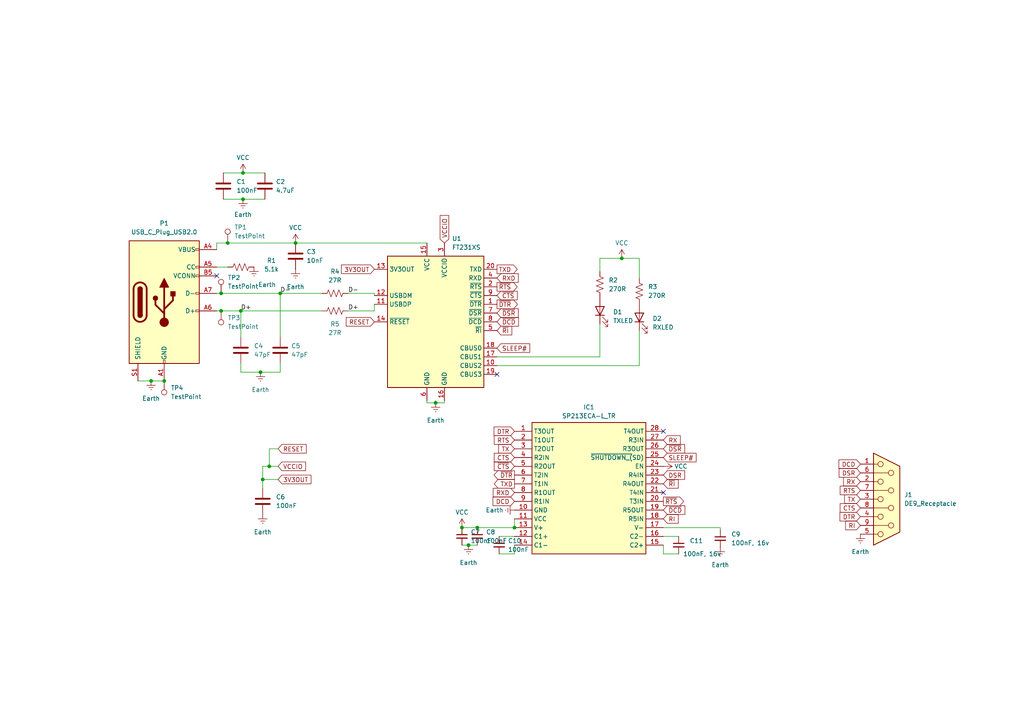
<source format=kicad_sch>
(kicad_sch (version 20231120) (generator "eeschema") (generator_version "8.0")
  (paper "A4")
  (lib_symbols
    (symbol "Connector:DE9_Receptacle" (pin_names (offset 1.016) hide)
      (property "Reference" "J1" (at 5.08 1.2701 0))
      (property "Value" "DE9_Receptacle" (at 5.08 -1.2699 0))
      (symbol "DE9_Receptacle_0_1"
        (circle (center -1.778 -10.16) (radius 0.762))
        (circle (center -1.778 -5.08) (radius 0.762))
        (circle (center -1.778 0) (radius 0.762))
        (circle (center -1.778 5.08) (radius 0.762))
        (circle (center -1.778 10.16) (radius 0.762))
        (polyline (pts (xy -3.81 -10.16) (xy -2.54 -10.16)))
        (polyline (pts (xy -3.81 -7.62) (xy 0.508 -7.62)))
        (polyline (pts (xy -3.81 -5.08) (xy -2.54 -5.08)))
        (polyline (pts (xy -3.81 -2.54) (xy 0.508 -2.54)))
        (polyline (pts (xy -3.81 0) (xy -2.54 0)))
        (polyline (pts (xy -3.81 2.54) (xy 0.508 2.54)))
        (polyline (pts (xy -3.81 5.08) (xy -2.54 5.08)))
        (polyline (pts (xy -3.81 7.62) (xy 0.508 7.62)))
        (polyline (pts (xy -3.81 10.16) (xy -2.54 10.16)))
        (polyline (pts (xy -3.81 13.335) (xy -3.81 -13.335) (xy 3.81 -9.525) (xy 3.81 9.525) (xy -3.81 13.335)) (stroke (width 0.254)) (fill (type background)))
        (circle (center 1.27 -7.62) (radius 0.762))
        (circle (center 1.27 -2.54) (radius 0.762))
        (circle (center 1.27 2.54) (radius 0.762))
        (circle (center 1.27 7.62) (radius 0.762))
      )
      (symbol "DE9_Receptacle_1_1"
        (pin passive line (at -7.62 10.16 0) (length 3.81) (name "1") (number "1"))
        (pin passive line (at -7.62 -10.16 0) (length 3.81) hide (name "5") (number "10"))
        (pin passive line (at -7.62 -10.16 0) (length 3.81) hide (name "5") (number "11"))
        (pin passive line (at -7.62 5.08 0) (length 3.81) (name "2") (number "2"))
        (pin passive line (at -7.62 0 0) (length 3.81) (name "3") (number "3"))
        (pin passive line (at -7.62 -5.08 0) (length 3.81) (name "4") (number "4"))
        (pin passive line (at -7.62 -10.16 0) (length 3.81) (name "5") (number "5"))
        (pin passive line (at -7.62 7.62 0) (length 3.81) (name "6") (number "6"))
        (pin passive line (at -7.62 2.54 0) (length 3.81) (name "7") (number "7"))
        (pin passive line (at -7.62 -2.54 0) (length 3.81) (name "8") (number "8"))
        (pin passive line (at -7.62 -7.62 0) (length 3.81) (name "9") (number "9"))
      )
    )
    (symbol "Connector:TestPoint" (pin_numbers hide) (pin_names (offset 0.762) hide)
      (property "Reference" "TP" (at 0 6.858 0))
      (property "Value" "TestPoint" (at 0 5.08 0))
      (symbol "TestPoint_0_1"
        (circle (center 0 3.302) (radius 0.762))
      )
      (symbol "TestPoint_1_1"
        (pin passive line (at 0 0 90) (length 2.54) (name "1") (number "1"))
      )
    )
    (symbol "Connector:USB_C_Plug_USB2.0" (pin_names (offset 1.016))
      (property "Reference" "P" (at -10.16 19.05 0))
      (property "Value" "USB_C_Plug_USB2.0" (at 12.7 19.05 0))
      (symbol "USB_C_Plug_USB2.0_0_0"
        (rectangle (start -0.254 -17.78) (end 0.254 -16.764))
        (rectangle (start 10.16 -2.286) (end 9.144 -2.794))
        (rectangle (start 10.16 2.794) (end 9.144 2.286))
        (rectangle (start 10.16 7.874) (end 9.144 7.366))
        (rectangle (start 10.16 10.414) (end 9.144 9.906))
        (rectangle (start 10.16 15.494) (end 9.144 14.986))
      )
      (symbol "USB_C_Plug_USB2.0_0_1"
        (rectangle (start -10.16 17.78) (end 10.16 -17.78) (stroke (width 0.254)) (fill (type background)))
        (arc (start -8.89 -3.81) (mid -6.985 -5.7067) (end -5.08 -3.81) (stroke (width 0.508)))
        (arc (start -7.62 -3.81) (mid -6.985 -4.4423) (end -6.35 -3.81) (stroke (width 0.254)))
        (arc (start -7.62 -3.81) (mid -6.985 -4.4423) (end -6.35 -3.81) (stroke (width 0.254)) (fill (type outline)))
        (rectangle (start -7.62 -3.81) (end -6.35 3.81) (stroke (width 0.254)) (fill (type outline)))
        (arc (start -6.35 3.81) (mid -6.985 4.4423) (end -7.62 3.81) (stroke (width 0.254)))
        (arc (start -6.35 3.81) (mid -6.985 4.4423) (end -7.62 3.81) (stroke (width 0.254)) (fill (type outline)))
        (arc (start -5.08 3.81) (mid -6.985 5.7067) (end -8.89 3.81) (stroke (width 0.508)))
        (circle (center -2.54 1.143) (radius 0.635) (stroke (width 0.254)) (fill (type outline)))
        (circle (center 0 -5.842) (radius 1.27) (fill (type outline)))
        (polyline (pts (xy -8.89 -3.81) (xy -8.89 3.81)) (stroke (width 0.508)))
        (polyline (pts (xy -5.08 3.81) (xy -5.08 -3.81)) (stroke (width 0.508)))
        (polyline (pts (xy 0 -5.842) (xy 0 4.318)) (stroke (width 0.508)))
        (polyline (pts (xy 0 -3.302) (xy -2.54 -0.762) (xy -2.54 0.508)) (stroke (width 0.508)))
        (polyline (pts (xy 0 -2.032) (xy 2.54 0.508) (xy 2.54 1.778)) (stroke (width 0.508)))
        (polyline (pts (xy -1.27 4.318) (xy 0 6.858) (xy 1.27 4.318) (xy -1.27 4.318)) (stroke (width 0.254)) (fill (type outline)))
        (rectangle (start 1.905 1.778) (end 3.175 3.048) (stroke (width 0.254)) (fill (type outline)))
      )
      (symbol "USB_C_Plug_USB2.0_1_1"
        (pin passive line (at 0 -22.86 90) (length 5.08) (name "GND") (number "A1"))
        (pin passive line (at 0 -22.86 90) (length 5.08) hide (name "GND") (number "A12"))
        (pin passive line (at 15.24 15.24 180) (length 5.08) (name "VBUS") (number "A4"))
        (pin bidirectional line (at 15.24 10.16 180) (length 5.08) (name "CC") (number "A5"))
        (pin bidirectional line (at 15.24 -2.54 180) (length 5.08) (name "D+") (number "A6"))
        (pin bidirectional line (at 15.24 2.54 180) (length 5.08) (name "D-") (number "A7"))
        (pin passive line (at 15.24 15.24 180) (length 5.08) hide (name "VBUS") (number "A9"))
        (pin passive line (at 0 -22.86 90) (length 5.08) hide (name "GND") (number "B1"))
        (pin passive line (at 0 -22.86 90) (length 5.08) hide (name "GND") (number "B12"))
        (pin passive line (at 15.24 15.24 180) (length 5.08) hide (name "VBUS") (number "B4"))
        (pin bidirectional line (at 15.24 7.62 180) (length 5.08) (name "VCONN") (number "B5"))
        (pin passive line (at 15.24 15.24 180) (length 5.08) hide (name "VBUS") (number "B9"))
        (pin passive line (at -7.62 -22.86 90) (length 5.08) (name "SHIELD") (number "S1"))
      )
    )
    (symbol "DB9 RS232 Adapter:SP213ECA-L_TR"
      (property "Reference" "IC?" (at 21.59 6.985 0))
      (property "Value" "SP213ECA-L_TR" (at 21.59 4.445 0))
      (symbol "SP213ECA-L_TR_1_1"
        (rectangle (start 5.08 2.54) (end 38.1 -35.56) (stroke (width 0.254)) (fill (type background)))
        (pin passive line (at 0 0 0) (length 5.08) (name "T3OUT") (number "1"))
        (pin passive line (at 0 -22.86 0) (length 5.08) (name "GND") (number "10"))
        (pin passive line (at 0 -25.4 0) (length 5.08) (name "VCC") (number "11"))
        (pin passive line (at 0 -30.48 0) (length 5.08) (name "C1+") (number "12"))
        (pin passive line (at 0 -27.94 0) (length 5.08) (name "V+") (number "13"))
        (pin passive line (at 0 -33.02 0) (length 5.08) (name "C1-") (number "14"))
        (pin passive line (at 43.18 -33.02 180) (length 5.08) (name "C2+") (number "15"))
        (pin passive line (at 43.18 -30.48 180) (length 5.08) (name "C2-") (number "16"))
        (pin passive line (at 43.18 -27.94 180) (length 5.08) (name "V-") (number "17"))
        (pin passive line (at 43.18 -25.4 180) (length 5.08) (name "R5IN") (number "18"))
        (pin passive line (at 43.18 -22.86 180) (length 5.08) (name "R5OUT") (number "19"))
        (pin passive line (at 0 -2.54 0) (length 5.08) (name "T1OUT") (number "2"))
        (pin passive line (at 43.18 -20.32 180) (length 5.08) (name "T3IN") (number "20"))
        (pin passive line (at 43.18 -17.78 180) (length 5.08) (name "T4IN") (number "21"))
        (pin passive line (at 43.18 -15.24 180) (length 5.08) (name "R4OUT") (number "22"))
        (pin passive line (at 43.18 -12.7 180) (length 5.08) (name "R4IN") (number "23"))
        (pin passive line (at 43.18 -10.16 180) (length 5.08) (name "EN") (number "24"))
        (pin passive line (at 43.18 -7.62 180) (length 5.08) (name "~{SHUTDOWN_(}SD)") (number "25"))
        (pin passive line (at 43.18 -5.08 180) (length 5.08) (name "R3OUT") (number "26"))
        (pin passive line (at 43.18 -2.54 180) (length 5.08) (name "R3IN") (number "27"))
        (pin passive line (at 43.18 0 180) (length 5.08) (name "T4OUT") (number "28"))
        (pin passive line (at 0 -5.08 0) (length 5.08) (name "T2OUT") (number "3"))
        (pin passive line (at 0 -7.62 0) (length 5.08) (name "R2IN") (number "4"))
        (pin passive line (at 0 -10.16 0) (length 5.08) (name "R2OUT") (number "5"))
        (pin passive line (at 0 -12.7 0) (length 5.08) (name "T2IN") (number "6"))
        (pin passive line (at 0 -15.24 0) (length 5.08) (name "T1IN") (number "7"))
        (pin passive line (at 0 -17.78 0) (length 5.08) (name "R1OUT") (number "8"))
        (pin passive line (at 0 -20.32 0) (length 5.08) (name "R1IN") (number "9"))
      )
    )
    (symbol "Device:C" (pin_numbers hide) (pin_names (offset 0.254))
      (property "Reference" "C" (at 0.635 2.54 0))
      (property "Value" "C" (at 0.635 -2.54 0))
      (symbol "C_0_1"
        (polyline (pts (xy -2.032 -0.762) (xy 2.032 -0.762)) (stroke (width 0.508)))
        (polyline (pts (xy -2.032 0.762) (xy 2.032 0.762)) (stroke (width 0.508)))
      )
      (symbol "C_1_1"
        (pin passive line (at 0 3.81 270) (length 2.794) (name "~") (number "1"))
        (pin passive line (at 0 -3.81 90) (length 2.794) (name "~") (number "2"))
      )
    )
    (symbol "Device:C_Small" (pin_numbers hide) (pin_names (offset 0.254) hide)
      (property "Reference" "C" (at 0.254 1.778 0))
      (property "Value" "C_Small" (at 0.254 -2.032 0))
      (symbol "C_Small_0_1"
        (polyline (pts (xy -1.524 -0.508) (xy 1.524 -0.508)) (stroke (width 0.3302)))
        (polyline (pts (xy -1.524 0.508) (xy 1.524 0.508)) (stroke (width 0.3048)))
      )
      (symbol "C_Small_1_1"
        (pin passive line (at 0 2.54 270) (length 2.032) (name "~") (number "1"))
        (pin passive line (at 0 -2.54 90) (length 2.032) (name "~") (number "2"))
      )
    )
    (symbol "Device:LED" (pin_numbers hide) (pin_names (offset 1.016) hide)
      (property "Reference" "D" (at 0 2.54 0))
      (property "Value" "LED" (at 0 -2.54 0))
      (symbol "LED_0_1"
        (polyline (pts (xy -1.27 -1.27) (xy -1.27 1.27)) (stroke (width 0.254)))
        (polyline (pts (xy -1.27 0) (xy 1.27 0)))
        (polyline (pts (xy 1.27 -1.27) (xy 1.27 1.27) (xy -1.27 0) (xy 1.27 -1.27)) (stroke (width 0.254)))
        (polyline (pts (xy -3.048 -0.762) (xy -4.572 -2.286) (xy -3.81 -2.286) (xy -4.572 -2.286) (xy -4.572 -1.524)))
        (polyline (pts (xy -1.778 -0.762) (xy -3.302 -2.286) (xy -2.54 -2.286) (xy -3.302 -2.286) (xy -3.302 -1.524)))
      )
      (symbol "LED_1_1"
        (pin passive line (at -3.81 0 0) (length 2.54) (name "K") (number "1"))
        (pin passive line (at 3.81 0 180) (length 2.54) (name "A") (number "2"))
      )
    )
    (symbol "Device:R_US" (pin_numbers hide) (pin_names (offset 0))
      (property "Reference" "R" (at 2.54 0 90))
      (property "Value" "R_US" (at -2.54 0 90))
      (symbol "R_US_0_1"
        (polyline (pts (xy 0 -2.286) (xy 0 -2.54)))
        (polyline (pts (xy 0 2.286) (xy 0 2.54)))
        (polyline (pts (xy 0 -0.762) (xy 1.016 -1.143) (xy 0 -1.524) (xy -1.016 -1.905) (xy 0 -2.286)))
        (polyline (pts (xy 0 0.762) (xy 1.016 0.381) (xy 0 0) (xy -1.016 -0.381) (xy 0 -0.762)))
        (polyline (pts (xy 0 2.286) (xy 1.016 1.905) (xy 0 1.524) (xy -1.016 1.143) (xy 0 0.762)))
      )
      (symbol "R_US_1_1"
        (pin passive line (at 0 3.81 270) (length 1.27) (name "~") (number "1"))
        (pin passive line (at 0 -3.81 90) (length 1.27) (name "~") (number "2"))
      )
    )
    (symbol "Interface_USB:FT231XS"
      (property "Reference" "U" (at -13.97 20.32 0))
      (property "Value" "FT231XS" (at 7.62 20.32 0))
      (symbol "FT231XS_0_1"
        (rectangle (start -13.97 19.05) (end 13.97 -19.05) (stroke (width 0.254)) (fill (type background)))
      )
      (symbol "FT231XS_1_1"
        (pin output line (at 17.78 5.08 180) (length 3.81) (name "~{DTR}") (number "1"))
        (pin bidirectional line (at 17.78 -12.7 180) (length 3.81) (name "CBUS2") (number "10"))
        (pin bidirectional line (at -17.78 5.08 0) (length 3.81) (name "USBDP") (number "11"))
        (pin bidirectional line (at -17.78 7.62 0) (length 3.81) (name "USBDM") (number "12"))
        (pin power_out line (at -17.78 15.24 0) (length 3.81) (name "3V3OUT") (number "13"))
        (pin input line (at -17.78 0 0) (length 3.81) (name "~{RESET}") (number "14"))
        (pin power_in line (at -2.54 22.86 270) (length 3.81) (name "VCC") (number "15"))
        (pin power_in line (at 2.54 -22.86 90) (length 3.81) (name "GND") (number "16"))
        (pin bidirectional line (at 17.78 -10.16 180) (length 3.81) (name "CBUS1") (number "17"))
        (pin bidirectional line (at 17.78 -7.62 180) (length 3.81) (name "CBUS0") (number "18"))
        (pin bidirectional line (at 17.78 -15.24 180) (length 3.81) (name "CBUS3") (number "19"))
        (pin output line (at 17.78 10.16 180) (length 3.81) (name "~{RTS}") (number "2"))
        (pin output line (at 17.78 15.24 180) (length 3.81) (name "TXD") (number "20"))
        (pin power_in line (at 2.54 22.86 270) (length 3.81) (name "VCCIO") (number "3"))
        (pin input line (at 17.78 12.7 180) (length 3.81) (name "RXD") (number "4"))
        (pin input line (at 17.78 -2.54 180) (length 3.81) (name "~{RI}") (number "5"))
        (pin power_in line (at -2.54 -22.86 90) (length 3.81) (name "GND") (number "6"))
        (pin input line (at 17.78 2.54 180) (length 3.81) (name "~{DSR}") (number "7"))
        (pin input line (at 17.78 0 180) (length 3.81) (name "~{DCD}") (number "8"))
        (pin input line (at 17.78 7.62 180) (length 3.81) (name "~{CTS}") (number "9"))
      )
    )
    (symbol "power:Earth" (power) (pin_numbers hide) (pin_names (offset 0) hide)
      (property "Value" "Earth" (at 0 -3.81 0))
      (symbol "Earth_0_1"
        (polyline (pts (xy -0.635 -1.905) (xy 0.635 -1.905)))
        (polyline (pts (xy -0.127 -2.54) (xy 0.127 -2.54)))
        (polyline (pts (xy 0 -1.27) (xy 0 0)))
        (polyline (pts (xy 1.27 -1.27) (xy -1.27 -1.27)))
      )
      (symbol "Earth_1_1"
        (pin power_in line (at 0 0 270) (length 0) (name "~") (number "1"))
      )
    )
    (symbol "power:VCC" (power) (pin_numbers hide) (pin_names (offset 0) hide)
      (property "Value" "VCC" (at 0 3.556 0))
      (symbol "VCC_0_1"
        (polyline (pts (xy -0.762 1.27) (xy 0 2.54)))
        (polyline (pts (xy 0 0) (xy 0 2.54)))
        (polyline (pts (xy 0 2.54) (xy 0.762 1.27)))
      )
      (symbol "VCC_1_1"
        (pin power_in line (at 0 0 90) (length 0) (name "~") (number "1"))
      )
    )
  )
  (junction (at 64.135 85.09))
  (junction (at 66.04 70.485))
  (junction (at 75.565 107.95))
  (junction (at 81.28 85.09))
  (junction (at 78.105 135.255))
  (junction (at 133.985 153.035))
  (junction (at 149.225 153.035))
  (junction (at 47.625 110.49))
  (junction (at 69.85 90.17))
  (junction (at 64.135 90.17))
  (junction (at 70.485 50.165))
  (junction (at 138.43 153.035))
  (junction (at 70.485 57.785))
  (junction (at 85.725 70.485))
  (junction (at 76.2 139.065))
  (junction (at 180.34 74.93))
  (junction (at 43.815 110.49))
  (junction (at 135.89 158.115))
  (junction (at 126.365 116.84))
  (no_connect (at 192.405 142.875))
  (no_connect (at 62.865 80.01))
  (no_connect (at 192.405 125.095))
  (no_connect (at 144.145 108.585))
  (wire (pts (xy 128.905 116.84) (xy 126.365 116.84)))
  (wire (pts (xy 192.405 160.655) (xy 192.405 158.115)))
  (wire (pts (xy 180.34 74.93) (xy 185.42 74.93)))
  (wire (pts (xy 81.28 107.95) (xy 75.565 107.95)))
  (wire (pts (xy 138.43 153.035) (xy 149.225 153.035)))
  (wire (pts (xy 149.225 150.495) (xy 149.225 153.035)))
  (wire (pts (xy 149.225 158.115) (xy 149.225 160.655)))
  (wire (pts (xy 80.645 135.255) (xy 78.105 135.255)))
  (wire (pts (xy 70.485 50.165) (xy 64.77 50.165)))
  (wire (pts (xy 64.135 85.09) (xy 81.28 85.09)))
  (wire (pts (xy 62.865 70.485) (xy 66.04 70.485)))
  (wire (pts (xy 173.99 78.74) (xy 173.99 74.93)))
  (wire (pts (xy 81.28 85.09) (xy 81.28 97.79)))
  (wire (pts (xy 128.905 116.205) (xy 128.905 116.84)))
  (wire (pts (xy 108.585 88.265) (xy 108.585 90.17)))
  (wire (pts (xy 185.42 74.93) (xy 185.42 80.645)))
  (wire (pts (xy 70.485 50.165) (xy 76.835 50.165)))
  (wire (pts (xy 80.645 130.175) (xy 78.105 130.175)))
  (wire (pts (xy 43.815 110.49) (xy 47.625 110.49)))
  (wire (pts (xy 81.28 85.09) (xy 93.345 85.09)))
  (wire (pts (xy 149.225 160.655) (xy 144.78 160.655)))
  (wire (pts (xy 144.145 106.045) (xy 185.42 106.045)))
  (wire (pts (xy 173.99 103.505) (xy 173.99 93.98)))
  (wire (pts (xy 64.77 57.785) (xy 70.485 57.785)))
  (wire (pts (xy 76.2 135.255) (xy 76.2 139.065)))
  (wire (pts (xy 80.645 139.065) (xy 76.2 139.065)))
  (wire (pts (xy 133.985 158.115) (xy 135.89 158.115)))
  (wire (pts (xy 126.365 116.84) (xy 123.825 116.84)))
  (wire (pts (xy 66.04 70.485) (xy 85.725 70.485)))
  (wire (pts (xy 70.485 57.785) (xy 76.835 57.785)))
  (wire (pts (xy 123.825 116.84) (xy 123.825 116.205)))
  (wire (pts (xy 100.965 85.09) (xy 108.585 85.09)))
  (wire (pts (xy 144.78 155.575) (xy 149.225 155.575)))
  (wire (pts (xy 144.145 103.505) (xy 173.99 103.505)))
  (wire (pts (xy 64.135 90.17) (xy 62.865 90.17)))
  (wire (pts (xy 173.99 74.93) (xy 180.34 74.93)))
  (wire (pts (xy 135.89 158.115) (xy 138.43 158.115)))
  (wire (pts (xy 192.405 153.035) (xy 208.915 153.035)))
  (wire (pts (xy 62.865 70.485) (xy 62.865 72.39)))
  (wire (pts (xy 69.85 107.95) (xy 69.85 105.41)))
  (wire (pts (xy 192.405 155.575) (xy 196.85 155.575)))
  (wire (pts (xy 126.365 116.205) (xy 126.365 116.84)))
  (wire (pts (xy 69.85 90.17) (xy 93.345 90.17)))
  (wire (pts (xy 133.985 153.035) (xy 138.43 153.035)))
  (wire (pts (xy 69.85 97.79) (xy 69.85 90.17)))
  (wire (pts (xy 69.85 90.17) (xy 64.135 90.17)))
  (wire (pts (xy 78.105 130.175) (xy 78.105 135.255)))
  (wire (pts (xy 208.915 153.035) (xy 208.915 153.67)))
  (wire (pts (xy 78.105 135.255) (xy 76.2 135.255)))
  (wire (pts (xy 108.585 85.09) (xy 108.585 85.725)))
  (wire (pts (xy 76.2 139.065) (xy 76.2 141.605)))
  (wire (pts (xy 62.865 85.09) (xy 64.135 85.09)))
  (wire (pts (xy 123.825 70.485) (xy 85.725 70.485)))
  (wire (pts (xy 40.005 110.49) (xy 43.815 110.49)))
  (wire (pts (xy 75.565 107.95) (xy 69.85 107.95)))
  (wire (pts (xy 81.28 105.41) (xy 81.28 107.95)))
  (wire (pts (xy 196.85 160.655) (xy 192.405 160.655)))
  (wire (pts (xy 185.42 106.045) (xy 185.42 95.885)))
  (wire (pts (xy 62.865 77.47) (xy 66.04 77.47)))
  (wire (pts (xy 100.965 90.17) (xy 108.585 90.17)))
  (label "D-" (at 81.28 85.09 0))
  (label "D-" (at 100.965 85.09 0))
  (label "D+" (at 69.85 90.17 0))
  (label "D+" (at 100.965 90.17 0))
  (global_label "CTS" (shape input) (at 249.555 147.32 180) (property "Intersheetrefs" "${INTERSHEET_REFS}" (effects (hide yes))))
  (global_label "RESET" (shape input) (at 108.585 93.345 180) (property "Intersheetrefs" "${INTERSHEET_REFS}" (effects (hide yes))))
  (global_label "DSR" (shape input) (at 192.405 137.795 0) (property "Intersheetrefs" "${INTERSHEET_REFS}" (effects (hide yes))))
  (global_label "TXD" (shape output) (at 144.145 78.105 0) (property "Intersheetrefs" "${INTERSHEET_REFS}" (effects (hide yes))))
  (global_label "~{DSR}" (shape input) (at 192.405 130.175 0) (property "Intersheetrefs" "${INTERSHEET_REFS}" (effects (hide yes))))
  (global_label "VCCIO" (shape input) (at 80.645 135.255 0) (property "Intersheetrefs" "${INTERSHEET_REFS}" (effects (hide yes))))
  (global_label "RX" (shape input) (at 192.405 127.635 0) (property "Intersheetrefs" "${INTERSHEET_REFS}" (effects (hide yes))))
  (global_label "~{DTR}" (shape output) (at 149.225 137.795 180) (property "Intersheetrefs" "${INTERSHEET_REFS}" (effects (hide yes))))
  (global_label "DCD" (shape input) (at 249.555 134.62 180) (property "Intersheetrefs" "${INTERSHEET_REFS}" (effects (hide yes))))
  (global_label "TX" (shape input) (at 149.225 130.175 180) (property "Intersheetrefs" "${INTERSHEET_REFS}" (effects (hide yes))))
  (global_label "RI" (shape input) (at 249.555 152.4 180) (property "Intersheetrefs" "${INTERSHEET_REFS}" (effects (hide yes))))
  (global_label "~{DTR}" (shape output) (at 144.145 88.265 0) (property "Intersheetrefs" "${INTERSHEET_REFS}" (effects (hide yes))))
  (global_label "RTS" (shape input) (at 249.555 142.24 180) (property "Intersheetrefs" "${INTERSHEET_REFS}" (effects (hide yes))))
  (global_label "~{RTS}" (shape output) (at 144.145 83.185 0) (property "Intersheetrefs" "${INTERSHEET_REFS}" (effects (hide yes))))
  (global_label "~{DSR}" (shape input) (at 144.145 90.805 0) (property "Intersheetrefs" "${INTERSHEET_REFS}" (effects (hide yes))))
  (global_label "~{RTS}" (shape output) (at 192.405 145.415 0) (property "Intersheetrefs" "${INTERSHEET_REFS}" (effects (hide yes))))
  (global_label "VCCIO" (shape input) (at 128.905 70.485 90) (property "Intersheetrefs" "${INTERSHEET_REFS}" (effects (hide yes))))
  (global_label "DSR" (shape input) (at 249.555 137.16 180) (property "Intersheetrefs" "${INTERSHEET_REFS}" (effects (hide yes))))
  (global_label "RXD" (shape input) (at 144.145 80.645 0) (property "Intersheetrefs" "${INTERSHEET_REFS}" (effects (hide yes))))
  (global_label "~{CTS}" (shape input) (at 144.145 85.725 0) (property "Intersheetrefs" "${INTERSHEET_REFS}" (effects (hide yes))))
  (global_label "RXD" (shape input) (at 149.225 142.875 180) (property "Intersheetrefs" "${INTERSHEET_REFS}" (effects (hide yes))))
  (global_label "CTS" (shape input) (at 149.225 132.715 180) (property "Intersheetrefs" "${INTERSHEET_REFS}" (effects (hide yes))))
  (global_label "SLEEP#" (shape input) (at 192.405 132.715 0) (property "Intersheetrefs" "${INTERSHEET_REFS}" (effects (hide yes))))
  (global_label "RTS" (shape input) (at 149.225 127.635 180) (property "Intersheetrefs" "${INTERSHEET_REFS}" (effects (hide yes))))
  (global_label "3V3OUT" (shape input) (at 108.585 78.105 180) (property "Intersheetrefs" "${INTERSHEET_REFS}" (effects (hide yes))))
  (global_label "SLEEP#" (shape input) (at 144.145 100.965 0) (property "Intersheetrefs" "${INTERSHEET_REFS}" (effects (hide yes))))
  (global_label "~{RI}" (shape input) (at 192.405 140.335 0) (property "Intersheetrefs" "${INTERSHEET_REFS}" (effects (hide yes))))
  (global_label "TXD" (shape output) (at 149.225 140.335 180) (property "Intersheetrefs" "${INTERSHEET_REFS}" (effects (hide yes))))
  (global_label "~{DCD}" (shape input) (at 192.405 147.955 0) (property "Intersheetrefs" "${INTERSHEET_REFS}" (effects (hide yes))))
  (global_label "TX" (shape input) (at 249.555 144.78 180) (property "Intersheetrefs" "${INTERSHEET_REFS}" (effects (hide yes))))
  (global_label "~{DCD}" (shape input) (at 144.145 93.345 0) (property "Intersheetrefs" "${INTERSHEET_REFS}" (effects (hide yes))))
  (global_label "RX" (shape input) (at 249.555 139.7 180) (property "Intersheetrefs" "${INTERSHEET_REFS}" (effects (hide yes))))
  (global_label "DTR" (shape input) (at 149.225 125.095 180) (property "Intersheetrefs" "${INTERSHEET_REFS}" (effects (hide yes))))
  (global_label "~{RI}" (shape input) (at 144.145 95.885 0) (property "Intersheetrefs" "${INTERSHEET_REFS}" (effects (hide yes))))
  (global_label "3V3OUT" (shape input) (at 80.645 139.065 0) (property "Intersheetrefs" "${INTERSHEET_REFS}" (effects (hide yes))))
  (global_label "DTR" (shape input) (at 249.555 149.86 180) (property "Intersheetrefs" "${INTERSHEET_REFS}" (effects (hide yes))))
  (global_label "RI" (shape input) (at 192.405 150.495 0) (property "Intersheetrefs" "${INTERSHEET_REFS}" (effects (hide yes))))
  (global_label "DCD" (shape input) (at 149.225 145.415 180) (property "Intersheetrefs" "${INTERSHEET_REFS}" (effects (hide yes))))
  (global_label "~{CTS}" (shape input) (at 149.225 135.255 180) (property "Intersheetrefs" "${INTERSHEET_REFS}" (effects (hide yes))))
  (global_label "RESET" (shape input) (at 80.645 130.175 0) (property "Intersheetrefs" "${INTERSHEET_REFS}" (effects (hide yes))))
  (symbol (lib_id "power:Earth") (at 85.725 78.105 0) (unit 1)
    (property "Reference" "#PWR06" (effects (hide yes)))
    (property "Value" "Earth" (at 85.725 83.185 0))
    (property "Description" "Power symbol creates a global label with name \"Earth\"" (effects (hide yes)))
  )
  (symbol (lib_id "power:VCC") (at 85.725 70.485 0) (unit 1)
    (property "Reference" "#PWR03" (effects (hide yes)))
    (property "Value" "VCC" (at 85.725 66.04 0))
    (property "Description" "Power symbol creates a global label with name \"VCC\"" (effects (hide yes)))
  )
  (symbol (lib_id "Connector:TestPoint") (at 66.04 70.485 0) (unit 1)
    (property "Reference" "TP1" (at 67.945 65.9129 0) (effects (justify left)))
    (property "Value" "TestPoint" (at 67.945 68.4529 0) (effects (justify left)))
    (property "Footprint" "TestPoint:TestPoint_Pad_D2.0mm" (effects (hide yes)))
    (property "Description" "test point" (effects (hide yes)))
  )
  (symbol (lib_id "Device:C") (at 64.77 53.975 0) (unit 1)
    (property "Reference" "C1" (at 68.58 52.7049 0) (effects (justify left)))
    (property "Value" "100nF" (at 68.58 55.2449 0) (effects (justify left)))
    (property "Footprint" "Capacitor_SMD:C_0402_1005Metric" (effects (hide yes)))
    (property "Description" "Unpolarized capacitor" (effects (hide yes)))
  )
  (symbol (lib_id "power:Earth") (at 43.815 110.49 0) (unit 1)
    (property "Reference" "#PWR08" (effects (hide yes)))
    (property "Value" "Earth" (at 43.815 115.57 0))
    (property "Description" "Power symbol creates a global label with name \"Earth\"" (effects (hide yes)))
  )
  (symbol (lib_id "Device:C_Small") (at 208.915 156.21 0) (unit 1)
    (property "Reference" "C9" (at 212.09 154.9462 0) (effects (justify left)))
    (property "Value" "100nF, 16v" (at 212.09 157.4862 0) (effects (justify left)))
    (property "Footprint" "Capacitor_SMD:C_0402_1005Metric" (effects (hide yes)))
    (property "Description" "Unpolarized capacitor, small symbol" (effects (hide yes)))
  )
  (symbol (lib_id "power:VCC") (at 180.34 74.93 0) (unit 1)
    (property "Reference" "#PWR04" (effects (hide yes)))
    (property "Value" "VCC" (at 180.34 70.485 0))
    (property "Description" "Power symbol creates a global label with name \"VCC\"" (effects (hide yes)))
  )
  (symbol (lib_id "Device:C") (at 76.2 145.415 0) (unit 1)
    (property "Reference" "C6" (at 80.01 144.1449 0) (effects (justify left)))
    (property "Value" "100nF" (at 80.01 146.6849 0) (effects (justify left)))
    (property "Footprint" "Capacitor_SMD:C_0402_1005Metric" (effects (hide yes)))
    (property "Description" "Unpolarized capacitor" (effects (hide yes)))
  )
  (symbol (lib_id "power:VCC") (at 133.985 153.035 0) (unit 1)
    (property "Reference" "#PWR013" (effects (hide yes)))
    (property "Value" "VCC" (at 133.985 148.59 0))
    (property "Description" "Power symbol creates a global label with name \"VCC\"" (effects (hide yes)))
  )
  (symbol (lib_id "Device:C") (at 85.725 74.295 0) (unit 1)
    (property "Reference" "C3" (at 88.9 73.0249 0) (effects (justify left)))
    (property "Value" "10nF" (at 88.9 75.5649 0) (effects (justify left)))
    (property "Footprint" "Capacitor_SMD:C_0402_1005Metric" (effects (hide yes)))
    (property "Description" "Unpolarized capacitor" (effects (hide yes)))
  )
  (symbol (lib_id "Connector:DE9_Receptacle") (at 257.175 144.78 0) (unit 1)
    (property "Reference" "J1" (at 262.255 143.5099 0) (effects (justify left)))
    (property "Value" "DE9_Receptacle" (at 262.255 146.0499 0) (effects (justify left)))
    (property "Footprint" "DB9 RS232 Adapter:CONN9_K31X_KYC" (effects (hide yes)))
    (property "Datasheet" " ~" (effects (hide yes)))
    (property "Description" "9-pin female receptacle socket D-SUB connector" (effects (hide yes)))
  )
  (symbol (lib_id "Device:LED") (at 185.42 92.075 90) (unit 1)
    (property "Reference" "D2" (at 189.23 92.3924 90) (effects (justify right)))
    (property "Value" "RXLED" (at 189.23 94.9324 90) (effects (justify right)))
    (property "Footprint" "LED_SMD:LED_0603_1608Metric" (effects (hide yes)))
    (property "Description" "Light emitting diode" (effects (hide yes)))
  )
  (symbol (lib_id "Device:R_US") (at 185.42 84.455 0) (unit 1)
    (property "Reference" "R3" (at 187.96 83.1849 0) (effects (justify left)))
    (property "Value" "270R" (at 187.96 85.7249 0) (effects (justify left)))
    (property "Footprint" "Resistor_SMD:R_0603_1608Metric" (effects (hide yes)))
    (property "Description" "Resistor, US symbol" (effects (hide yes)))
  )
  (symbol (lib_id "Device:R_US") (at 69.85 77.47 90) (unit 1)
    (property "Reference" "R1" (at 78.74 75.565 90))
    (property "Value" "5.1k" (at 78.74 78.105 90))
    (property "Footprint" "Resistor_SMD:R_0402_1005Metric" (effects (hide yes)))
    (property "Description" "Resistor, US symbol" (effects (hide yes)))
  )
  (symbol (lib_id "power:Earth") (at 249.555 154.94 0) (unit 1)
    (property "Reference" "#PWR014" (effects (hide yes)))
    (property "Value" "Earth" (at 249.555 160.02 0))
    (property "Description" "Power symbol creates a global label with name \"Earth\"" (effects (hide yes)))
  )
  (symbol (lib_id "Device:LED") (at 173.99 90.17 90) (unit 1)
    (property "Reference" "D1" (at 177.8 90.4874 90) (effects (justify right)))
    (property "Value" "TXLED" (at 177.8 93.0274 90) (effects (justify right)))
    (property "Footprint" "LED_SMD:LED_0603_1608Metric" (effects (hide yes)))
    (property "Description" "Light emitting diode" (effects (hide yes)))
  )
  (symbol (lib_id "power:Earth") (at 135.89 158.115 0) (unit 1)
    (property "Reference" "#PWR015" (effects (hide yes)))
    (property "Value" "Earth" (at 135.89 163.195 0))
    (property "Description" "Power symbol creates a global label with name \"Earth\"" (effects (hide yes)))
  )
  (symbol (lib_id "Device:C_Small") (at 138.43 155.575 0) (unit 1)
    (property "Reference" "C8" (at 140.97 154.3112 0) (effects (justify left)))
    (property "Value" "100nF" (at 140.97 156.8512 0) (effects (justify left)))
    (property "Footprint" "Capacitor_SMD:C_0402_1005Metric" (effects (hide yes)))
    (property "Description" "Unpolarized capacitor, small symbol" (effects (hide yes)))
  )
  (symbol (lib_id "Connector:USB_C_Plug_USB2.0") (at 47.625 87.63 0) (unit 1)
    (property "Reference" "P1" (at 47.625 64.77 0))
    (property "Value" "USB_C_Plug_USB2.0" (at 47.625 67.31 0))
    (property "Footprint" "Expansion_Card:USB_C_Plug_Molex_105444" (effects (hide yes)))
    (property "Datasheet" "https://www.usb.org/sites/default/files/documents/usb_type-c.zip" (effects (hide yes)))
    (property "Description" "USB 2.0-only Type-C Plug connector" (effects (hide yes)))
  )
  (symbol (lib_id "Connector:TestPoint") (at 47.625 110.49 180) (unit 1)
    (property "Reference" "TP4" (at 49.53 112.5219 0) (effects (justify right)))
    (property "Value" "TestPoint" (at 49.53 115.0619 0) (effects (justify right)))
    (property "Footprint" "TestPoint:TestPoint_Pad_D2.0mm" (effects (hide yes)))
    (property "Description" "test point" (effects (hide yes)))
  )
  (symbol (lib_id "power:Earth") (at 70.485 57.785 0) (unit 1)
    (property "Reference" "#PWR02" (effects (hide yes)))
    (property "Value" "Earth" (at 70.485 62.23 0))
    (property "Description" "Power symbol creates a global label with name \"Earth\"" (effects (hide yes)))
  )
  (symbol (lib_id "power:Earth") (at 149.225 147.955 270) (unit 1)
    (property "Reference" "#PWR011" (effects (hide yes)))
    (property "Value" "Earth" (at 146.05 147.9549 90) (effects (justify right)))
    (property "Description" "Power symbol creates a global label with name \"Earth\"" (effects (hide yes)))
  )
  (symbol (lib_id "Device:C") (at 76.835 53.975 0) (unit 1)
    (property "Reference" "C2" (at 80.01 52.7049 0) (effects (justify left)))
    (property "Value" "4.7uF" (at 80.01 55.2449 0) (effects (justify left)))
    (property "Footprint" "Capacitor_SMD:C_0402_1005Metric" (effects (hide yes)))
    (property "Description" "Unpolarized capacitor" (effects (hide yes)))
  )
  (symbol (lib_id "Device:R_US") (at 97.155 85.09 270) (unit 1)
    (property "Reference" "R4" (at 97.155 78.74 90))
    (property "Value" "27R" (at 97.155 81.28 90))
    (property "Footprint" "Resistor_SMD:R_0603_1608Metric" (effects (hide yes)))
    (property "Description" "Resistor, US symbol" (effects (hide yes)))
  )
  (symbol (lib_id "Device:C_Small") (at 196.85 158.115 0) (unit 1)
    (property "Reference" "C11" (at 200.025 156.8512 0) (effects (justify left)))
    (property "Value" "100nF, 16v" (at 198.12 160.655 0) (effects (justify left)))
    (property "Footprint" "Capacitor_SMD:C_0402_1005Metric" (effects (hide yes)))
    (property "Description" "Unpolarized capacitor, small symbol" (effects (hide yes)))
  )
  (symbol (lib_id "Device:R_US") (at 173.99 82.55 0) (unit 1)
    (property "Reference" "R2" (at 176.53 81.2799 0) (effects (justify left)))
    (property "Value" "270R" (at 176.53 83.8199 0) (effects (justify left)))
    (property "Footprint" "Resistor_SMD:R_0603_1608Metric" (effects (hide yes)))
    (property "Description" "Resistor, US symbol" (effects (hide yes)))
  )
  (symbol (lib_id "power:Earth") (at 126.365 116.84 0) (unit 1)
    (property "Reference" "#PWR09" (effects (hide yes)))
    (property "Value" "Earth" (at 126.365 121.92 0))
    (property "Description" "Power symbol creates a global label with name \"Earth\"" (effects (hide yes)))
  )
  (symbol (lib_id "Device:R_US") (at 97.155 90.17 270) (unit 1)
    (property "Reference" "R5" (at 97.155 93.98 90))
    (property "Value" "27R" (at 97.155 96.52 90))
    (property "Footprint" "Resistor_SMD:R_0603_1608Metric" (effects (hide yes)))
    (property "Description" "Resistor, US symbol" (effects (hide yes)))
  )
  (symbol (lib_id "power:VCC") (at 192.405 135.255 270) (unit 1)
    (property "Reference" "#PWR010" (effects (hide yes)))
    (property "Value" "VCC" (at 195.58 135.2549 90) (effects (justify left)))
    (property "Description" "Power symbol creates a global label with name \"VCC\"" (effects (hide yes)))
  )
  (symbol (lib_id "Device:C_Small") (at 144.78 158.115 0) (unit 1)
    (property "Reference" "C10" (at 147.32 156.8512 0) (effects (justify left)))
    (property "Value" "100nF" (at 147.32 159.3912 0) (effects (justify left)))
    (property "Footprint" "Capacitor_SMD:C_0402_1005Metric" (effects (hide yes)))
    (property "Description" "Unpolarized capacitor, small symbol" (effects (hide yes)))
  )
  (symbol (lib_id "Device:C") (at 69.85 101.6 0) (unit 1)
    (property "Reference" "C4" (at 73.66 100.3299 0) (effects (justify left)))
    (property "Value" "47pF" (at 73.66 102.8699 0) (effects (justify left)))
    (property "Footprint" "Capacitor_SMD:C_0402_1005Metric" (effects (hide yes)))
    (property "Description" "Unpolarized capacitor" (effects (hide yes)))
  )
  (symbol (lib_id "Device:C") (at 81.28 101.6 0) (unit 1)
    (property "Reference" "C5" (at 84.455 100.3299 0) (effects (justify left)))
    (property "Value" "47pF" (at 84.455 102.8699 0) (effects (justify left)))
    (property "Footprint" "Capacitor_SMD:C_0402_1005Metric" (effects (hide yes)))
    (property "Description" "Unpolarized capacitor" (effects (hide yes)))
  )
  (symbol (lib_id "power:Earth") (at 75.565 107.95 0) (unit 1)
    (property "Reference" "#PWR07" (effects (hide yes)))
    (property "Value" "Earth" (at 75.565 113.03 0))
    (property "Description" "Power symbol creates a global label with name \"Earth\"" (effects (hide yes)))
  )
  (symbol (lib_id "power:Earth") (at 73.66 77.47 0) (unit 1)
    (property "Reference" "#PWR05" (effects (hide yes)))
    (property "Value" "Earth" (at 77.47 82.55 0))
    (property "Description" "Power symbol creates a global label with name \"Earth\"" (effects (hide yes)))
  )
  (symbol (lib_id "power:Earth") (at 208.915 158.75 0) (unit 1)
    (property "Reference" "#PWR016" (effects (hide yes)))
    (property "Value" "Earth" (at 208.915 163.83 0))
    (property "Description" "Power symbol creates a global label with name \"Earth\"" (effects (hide yes)))
  )
  (symbol (lib_id "Connector:TestPoint") (at 64.135 90.17 180) (unit 1)
    (property "Reference" "TP3" (at 66.04 92.2019 0) (effects (justify right)))
    (property "Value" "TestPoint" (at 66.04 94.7419 0) (effects (justify right)))
    (property "Footprint" "TestPoint:TestPoint_Pad_1.0x1.0mm" (effects (hide yes)))
    (property "Description" "test point" (effects (hide yes)))
  )
  (symbol (lib_id "Device:C_Small") (at 133.985 155.575 0) (unit 1)
    (property "Reference" "C7" (at 136.525 154.3112 0) (effects (justify left)))
    (property "Value" "100nF" (at 136.525 156.8512 0) (effects (justify left)))
    (property "Footprint" "Capacitor_SMD:C_0402_1005Metric" (effects (hide yes)))
    (property "Description" "Unpolarized capacitor, small symbol" (effects (hide yes)))
  )
  (symbol (lib_id "power:VCC") (at 70.485 50.165 0) (unit 1)
    (property "Reference" "#PWR01" (effects (hide yes)))
    (property "Value" "VCC" (at 70.485 45.72 0))
    (property "Description" "Power symbol creates a global label with name \"VCC\"" (effects (hide yes)))
  )
  (symbol (lib_id "Connector:TestPoint") (at 64.135 85.09 0) (unit 1)
    (property "Reference" "TP2" (at 66.04 80.5179 0) (effects (justify left)))
    (property "Value" "TestPoint" (at 66.04 83.0579 0) (effects (justify left)))
    (property "Footprint" "TestPoint:TestPoint_Pad_1.0x1.0mm" (effects (hide yes)))
    (property "Description" "test point" (effects (hide yes)))
  )
  (symbol (lib_id "Interface_USB:FT231XS") (at 126.365 93.345 0) (unit 1)
    (property "Reference" "U1" (at 131.0991 69.215 0) (effects (justify left)))
    (property "Value" "FT231XS" (at 131.0991 71.755 0) (effects (justify left)))
    (property "Footprint" "Package_SO:SSOP-20_3.9x8.7mm_P0.635mm" (effects (hide yes)))
    (property "Datasheet" "https://www.ftdichip.com/Support/Documents/DataSheets/ICs/DS_FT231X.pdf" (effects (hide yes)))
    (property "Description" "Full Speed USB to Full Handshake UART, SSOP-20" (effects (hide yes)))
  )
  (symbol (lib_id "DB9 RS232 Adapter:SP213ECA-L_TR") (at 149.225 125.095 0) (unit 1)
    (property "Reference" "IC1" (at 170.815 118.11 0))
    (property "Value" "SP213ECA-L_TR" (at 170.815 120.65 0))
    (property "Footprint" "DB9 RS232 Adapter:SOP65P780X200-28N" (effects (hide yes)))
    (property "Datasheet" "https://www.maxlinear.com/ds/sp208e_sp211e_sp213e.pdf" (effects (hide yes)))
    (property "Description" "RS-232 Interface IC 5V 4-DRVR/5-RCVR RS-232 0-70C" (effects (hide yes)))
    (property "Height" "2" (effects (hide yes)))
    (property "Manufacturer_Name" "MaxLinear, Inc." (effects (hide yes)))
    (property "Manufacturer_Part_Number" "SP213ECA-L/TR" (effects (hide yes)))
    (property "Mouser Part Number" "701-SP213ECA-L/TR" (effects (hide yes)))
    (property "Mouser Price/Stock" "https://www.mouser.co.uk/ProductDetail/MaxLinear/SP213ECA-L-TR?qs=Hy8V1%2FADhVI2Cuc5PrC9RQ%3D%3D" (effects (hide yes)))
    (property "Arrow Part Number" "SP213ECA-L/TR" (effects (hide yes)))
    (property "Arrow Price/Stock" "https://www.arrow.com/en/products/sp213eca-ltr/maxlinear-inc?region=nac" (effects (hide yes)))
  )
  (symbol (lib_id "power:Earth") (at 76.2 149.225 0) (unit 1)
    (property "Reference" "#PWR012" (effects (hide yes)))
    (property "Value" "Earth" (at 76.2 154.305 0))
    (property "Description" "Power symbol creates a global label with name \"Earth\"" (effects (hide yes)))
  )
)
</source>
